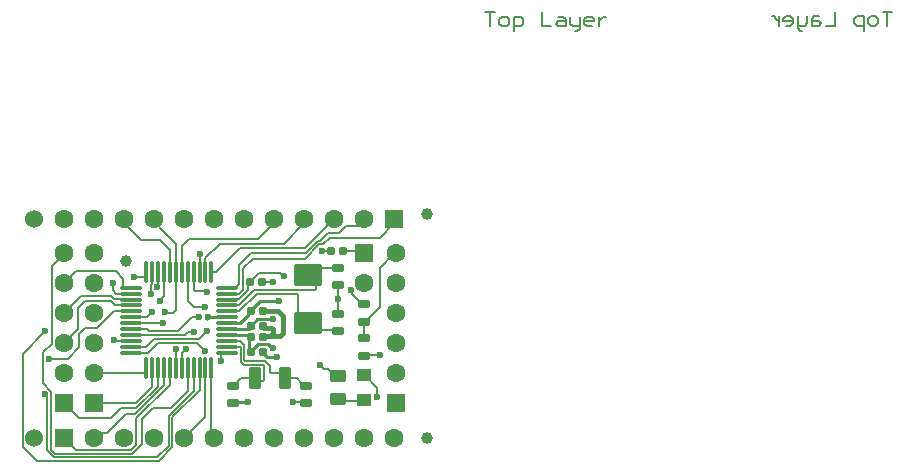
<source format=gtl>
G04*
G04 #@! TF.GenerationSoftware,Altium Limited,Altium Designer,24.3.1 (35)*
G04*
G04 Layer_Physical_Order=1*
G04 Layer_Color=255*
%FSLAX44Y44*%
%MOMM*%
G71*
G04*
G04 #@! TF.SameCoordinates,254911FF-814D-4673-B187-D90DD251410E*
G04*
G04*
G04 #@! TF.FilePolarity,Positive*
G04*
G01*
G75*
%ADD11C,0.4000*%
%ADD12C,0.2000*%
%ADD15C,0.1500*%
G04:AMPARAMS|DCode=16|XSize=0.7mm|YSize=0.6mm|CornerRadius=0.075mm|HoleSize=0mm|Usage=FLASHONLY|Rotation=270.000|XOffset=0mm|YOffset=0mm|HoleType=Round|Shape=RoundedRectangle|*
%AMROUNDEDRECTD16*
21,1,0.7000,0.4500,0,0,270.0*
21,1,0.5500,0.6000,0,0,270.0*
1,1,0.1500,-0.2250,-0.2750*
1,1,0.1500,-0.2250,0.2750*
1,1,0.1500,0.2250,0.2750*
1,1,0.1500,0.2250,-0.2750*
%
%ADD16ROUNDEDRECTD16*%
%ADD17R,1.2000X1.1000*%
G04:AMPARAMS|DCode=18|XSize=1.4mm|YSize=0.95mm|CornerRadius=0.1188mm|HoleSize=0mm|Usage=FLASHONLY|Rotation=0.000|XOffset=0mm|YOffset=0mm|HoleType=Round|Shape=RoundedRectangle|*
%AMROUNDEDRECTD18*
21,1,1.4000,0.7125,0,0,0.0*
21,1,1.1625,0.9500,0,0,0.0*
1,1,0.2375,0.5813,-0.3563*
1,1,0.2375,-0.5813,-0.3563*
1,1,0.2375,-0.5813,0.3563*
1,1,0.2375,0.5813,0.3563*
%
%ADD18ROUNDEDRECTD18*%
G04:AMPARAMS|DCode=19|XSize=1mm|YSize=0.6mm|CornerRadius=0.075mm|HoleSize=0mm|Usage=FLASHONLY|Rotation=0.000|XOffset=0mm|YOffset=0mm|HoleType=Round|Shape=RoundedRectangle|*
%AMROUNDEDRECTD19*
21,1,1.0000,0.4500,0,0,0.0*
21,1,0.8500,0.6000,0,0,0.0*
1,1,0.1500,0.4250,-0.2250*
1,1,0.1500,-0.4250,-0.2250*
1,1,0.1500,-0.4250,0.2250*
1,1,0.1500,0.4250,0.2250*
%
%ADD19ROUNDEDRECTD19*%
G04:AMPARAMS|DCode=20|XSize=2.4mm|YSize=1.9mm|CornerRadius=0.2375mm|HoleSize=0mm|Usage=FLASHONLY|Rotation=180.000|XOffset=0mm|YOffset=0mm|HoleType=Round|Shape=RoundedRectangle|*
%AMROUNDEDRECTD20*
21,1,2.4000,1.4250,0,0,180.0*
21,1,1.9250,1.9000,0,0,180.0*
1,1,0.4750,-0.9625,0.7125*
1,1,0.4750,0.9625,0.7125*
1,1,0.4750,0.9625,-0.7125*
1,1,0.4750,-0.9625,-0.7125*
%
%ADD20ROUNDEDRECTD20*%
%ADD21C,1.0000*%
G04:AMPARAMS|DCode=22|XSize=1mm|YSize=1.8mm|CornerRadius=0.125mm|HoleSize=0mm|Usage=FLASHONLY|Rotation=180.000|XOffset=0mm|YOffset=0mm|HoleType=Round|Shape=RoundedRectangle|*
%AMROUNDEDRECTD22*
21,1,1.0000,1.5500,0,0,180.0*
21,1,0.7500,1.8000,0,0,180.0*
1,1,0.2500,-0.3750,0.7750*
1,1,0.2500,0.3750,0.7750*
1,1,0.2500,0.3750,-0.7750*
1,1,0.2500,-0.3750,-0.7750*
%
%ADD22ROUNDEDRECTD22*%
G04:AMPARAMS|DCode=23|XSize=0.28mm|YSize=1.8mm|CornerRadius=0.035mm|HoleSize=0mm|Usage=FLASHONLY|Rotation=270.000|XOffset=0mm|YOffset=0mm|HoleType=Round|Shape=RoundedRectangle|*
%AMROUNDEDRECTD23*
21,1,0.2800,1.7300,0,0,270.0*
21,1,0.2100,1.8000,0,0,270.0*
1,1,0.0700,-0.8650,-0.1050*
1,1,0.0700,-0.8650,0.1050*
1,1,0.0700,0.8650,0.1050*
1,1,0.0700,0.8650,-0.1050*
%
%ADD23ROUNDEDRECTD23*%
G04:AMPARAMS|DCode=24|XSize=0.28mm|YSize=1.8mm|CornerRadius=0.035mm|HoleSize=0mm|Usage=FLASHONLY|Rotation=180.000|XOffset=0mm|YOffset=0mm|HoleType=Round|Shape=RoundedRectangle|*
%AMROUNDEDRECTD24*
21,1,0.2800,1.7300,0,0,180.0*
21,1,0.2100,1.8000,0,0,180.0*
1,1,0.0700,-0.1050,0.8650*
1,1,0.0700,0.1050,0.8650*
1,1,0.0700,0.1050,-0.8650*
1,1,0.0700,-0.1050,-0.8650*
%
%ADD24ROUNDEDRECTD24*%
%ADD39C,0.2500*%
%ADD40C,1.6000*%
%ADD41R,1.6000X1.6000*%
%ADD42R,1.6000X1.6000*%
%ADD43C,1.5240*%
%ADD44C,0.6000*%
D11*
X210700Y134000D02*
X211000D01*
X211700Y119500D02*
X218046D01*
X219317Y118229D01*
Y113083D02*
Y118229D01*
X219700Y112700D02*
X225507D01*
X228200Y115394D01*
Y129500D01*
X211000Y134000D02*
X223700D01*
X219317Y113083D02*
X219700Y112700D01*
X210700Y120500D02*
X211700Y119500D01*
X223700Y134000D02*
X228200Y129500D01*
X211050Y112350D02*
X219350D01*
D12*
X270238Y81114D02*
X270285D01*
X269000Y82352D02*
Y82399D01*
X270285Y81114D02*
X274251Y77147D01*
X259504Y88215D02*
X262963Y84756D01*
X266643D01*
X269000Y82399D01*
Y82352D02*
X270238Y81114D01*
X297000Y79500D02*
X297500D01*
X297000D02*
X297000D01*
X308000Y61000D02*
Y69000D01*
X297500Y79500D02*
X308000Y69000D01*
X297000Y79500D02*
X300500Y83000D01*
X236496Y56375D02*
X247498D01*
X274700Y57500D02*
X293700D01*
D15*
X247333Y183000D02*
X257583Y193250D01*
X190510Y172374D02*
X201136Y183000D01*
X247333D01*
X171050Y166500D02*
X192050Y187500D01*
X162500Y178392D02*
X174858Y190750D01*
X192050Y187500D02*
X247100D01*
X228950Y190750D02*
X246200Y208000D01*
X174858Y190750D02*
X228950D01*
X247100Y187500D02*
X271600Y212000D01*
X202389Y178000D02*
X246576D01*
X194200Y169812D02*
X202389Y178000D01*
X190510Y156260D02*
Y172374D01*
X294601Y185000D02*
X297000Y182600D01*
X279000Y185000D02*
X294601D01*
X246576Y178000D02*
X258826Y190250D01*
X261875D01*
X267625Y196000D01*
X261000Y185000D02*
X269000D01*
X259125Y193250D02*
X265987Y200112D01*
X257583Y193250D02*
X259125D01*
X275362Y200112D02*
X281379Y206129D01*
X265987Y200112D02*
X275362D01*
X267625Y196000D02*
X310400D01*
X281379Y206129D02*
X295129D01*
X28098Y15728D02*
X33876Y9950D01*
X28098Y15728D02*
Y60769D01*
X26485Y62383D02*
X28098Y60769D01*
X26485Y62383D02*
Y63600D01*
X33876Y9950D02*
X121758D01*
X32118Y15950D02*
Y65392D01*
X35118Y12950D02*
X100602D01*
X121758Y9950D02*
X131350Y19543D01*
X32118Y15950D02*
X35118Y12950D01*
X25050Y72460D02*
X32118Y65392D01*
X7730Y97750D02*
X26985Y117005D01*
X7730Y18942D02*
Y97750D01*
X19721Y6950D02*
X123000D01*
X7730Y18942D02*
X19721Y6950D01*
X25050Y98809D02*
X32235Y105993D01*
X25050Y72460D02*
Y98809D01*
X123000Y6950D02*
X134350Y18300D01*
Y44044D01*
X131350Y19543D02*
Y45287D01*
X134350Y44044D02*
X157500Y67194D01*
X162500Y44100D02*
Y85500D01*
X144600Y26200D02*
X162500Y44100D01*
X100602Y12950D02*
X108950Y21298D01*
X99360Y15950D02*
X104050Y20641D01*
X53250Y15950D02*
X99360D01*
X43000Y26200D02*
X53250Y15950D01*
X30300Y93549D02*
X45740D01*
X55700Y103509D02*
Y114244D01*
X45740Y93549D02*
X55700Y103509D01*
X32235Y105993D02*
Y171835D01*
X41900Y181500D01*
X239879Y77000D02*
X243750Y73129D01*
Y72750D02*
Y73129D01*
Y72750D02*
X246000Y70500D01*
X229500Y77000D02*
X239879D01*
X246000Y70500D02*
X248000D01*
X188100Y153500D02*
X188750Y154150D01*
Y154500D02*
X190510Y156260D01*
X188750Y154150D02*
Y154500D01*
X180200Y153500D02*
X188100D01*
X157500Y166500D02*
Y181864D01*
X162500Y166500D02*
Y178392D01*
X124250Y194000D02*
X132500Y185750D01*
Y166500D02*
Y185750D01*
X99500Y98500D02*
X113775D01*
X122175Y106900D02*
X155100D01*
X113775Y98500D02*
X122175Y106900D01*
X142500Y85500D02*
Y97836D01*
X146202Y101538D01*
X155100Y106900D02*
X162100Y99900D01*
X145200Y113500D02*
X147500Y115800D01*
X152500D01*
X99500Y113500D02*
X145200D01*
X112375Y103625D02*
X118650Y109900D01*
X156999D02*
X163797Y116699D01*
X118650Y109900D02*
X156999D01*
X114924Y116610D02*
X139390D01*
X99500Y123500D02*
X126176D01*
X126191Y123485D01*
X55700Y42900D02*
X82650D01*
X43000Y55600D02*
X55700Y42900D01*
X108950Y21298D02*
Y42277D01*
X104050Y20641D02*
Y43200D01*
X131350Y45287D02*
X152500Y66437D01*
Y85500D01*
X147500Y65679D02*
Y85500D01*
X118324Y51651D02*
X133471D01*
X147500Y65679D01*
X108950Y42277D02*
X118324Y51651D01*
X103722Y55600D02*
X117500Y69378D01*
X104015Y51651D02*
X122200Y69836D01*
Y85201D01*
X127500Y70893D02*
Y85500D01*
X117500Y69378D02*
Y85500D01*
X132200Y71350D02*
Y85500D01*
X94950Y46250D02*
X102857D01*
X104050Y43200D02*
X132200Y71350D01*
X102857Y46250D02*
X127500Y70893D01*
X68400Y55600D02*
X103722D01*
X91400Y51651D02*
X104015D01*
X157500Y67194D02*
Y85500D01*
X55700Y114244D02*
X60557Y119100D01*
X70525D02*
X84925Y133500D01*
X60557Y119100D02*
X70525D01*
X128331Y133051D02*
X129018Y132365D01*
X135067D01*
X137500Y134798D01*
X113182Y128500D02*
X117500Y132819D01*
X99500Y128500D02*
X113182D01*
X139390Y116610D02*
X151299Y128519D01*
X157210D01*
X113034Y118500D02*
X114924Y116610D01*
X137500Y85201D02*
Y101538D01*
X99500Y118500D02*
X113034D01*
X54964Y118365D02*
Y136683D01*
X60332Y142050D02*
X82182D01*
X54964Y136683D02*
X60332Y142050D01*
X85000Y109000D02*
X85187Y108814D01*
X99186D01*
X163797Y116699D02*
Y117158D01*
X275000Y155407D02*
X275250D01*
X187400Y69615D02*
X190250Y72465D01*
Y74873D01*
X142500Y172909D02*
Y188747D01*
X148303Y194550D02*
X207350D01*
X142500Y188747D02*
X148303Y194550D01*
X296129Y96450D02*
X310438D01*
X200000Y158000D02*
Y158500D01*
X202250Y160750D02*
X202750D01*
X208000Y166000D01*
X225571D01*
X200000Y158500D02*
X202250Y160750D01*
X198836Y151894D02*
Y156136D01*
X190510Y143567D02*
X198836Y151894D01*
X192378Y77000D02*
X202200D01*
X190250Y74873D02*
X192378Y77000D01*
X180500Y103500D02*
X191571D01*
X180200D02*
X180500D01*
Y108500D02*
X191899D01*
X180200D02*
X180500D01*
X194200Y151500D02*
Y169812D01*
X297000Y111450D02*
Y124800D01*
X299000D02*
X301250Y127050D01*
Y127800D02*
X310438Y136988D01*
X301250Y127050D02*
Y127800D01*
X310438Y136988D02*
Y170638D01*
X297000Y124800D02*
X299000D01*
X310438Y170638D02*
X322400Y182600D01*
X286715Y148085D02*
X295000Y139800D01*
X286715Y148085D02*
Y150681D01*
X285854Y151542D02*
X286715Y150681D01*
X295000Y139800D02*
X297000D01*
X167500Y166500D02*
X171050D01*
X147500Y142500D02*
X153069Y136931D01*
X147500Y142500D02*
Y166500D01*
X153069Y136931D02*
X162137D01*
X153379Y151119D02*
X162936D01*
X152500Y151997D02*
X153379Y151119D01*
X152500Y151997D02*
Y166500D01*
X99186Y108814D02*
X99500Y108500D01*
X82182Y142050D02*
X85732Y138500D01*
X99500D01*
X82650Y42900D02*
X91400Y51651D01*
X78900Y30200D02*
X94950Y46250D01*
X121725Y153811D02*
X122113Y154198D01*
Y166113D02*
X122500Y166500D01*
X122113Y154198D02*
Y166113D01*
X107800Y194000D02*
X124250D01*
X137500Y166500D02*
Y190847D01*
X126400Y201947D02*
X137500Y190847D01*
X126400Y201947D02*
Y201947D01*
X120347Y208000D02*
X126400Y201947D01*
X119200Y208000D02*
X120347D01*
X310400Y196000D02*
X322400Y208000D01*
X295129Y206129D02*
X297000Y208000D01*
X142500Y166500D02*
Y172909D01*
X207350Y194550D02*
X220800Y208000D01*
X99625Y103625D02*
X112375D01*
X99500Y103500D02*
X99625Y103625D01*
X162936Y151119D02*
X163797Y150258D01*
X86350Y167450D02*
X92629Y161172D01*
X53250Y167450D02*
X86350D01*
X92629Y154150D02*
Y161172D01*
X93279Y153500D02*
X99500D01*
X92629Y154150D02*
X93279Y153500D01*
X43000Y157200D02*
X53250Y167450D01*
X57357Y146157D02*
X81100D01*
X43000Y131800D02*
X57357Y146157D01*
X43000Y106400D02*
X54964Y118365D01*
X167500Y32700D02*
Y85500D01*
Y32700D02*
X170000Y30200D01*
X68400Y81000D02*
X111850D01*
X112500Y81650D01*
Y85500D01*
X122200Y85201D02*
X122500Y85500D01*
X112500Y163650D02*
Y166500D01*
X102000Y163000D02*
X111850D01*
X112500Y163650D01*
X84849Y143625D02*
X99375D01*
X81100Y146157D02*
X82318D01*
X84849Y143625D01*
X84925Y133500D02*
X99500D01*
X99375Y143625D02*
X99500Y143500D01*
X83850Y151262D02*
Y157626D01*
Y151262D02*
X86611Y148500D01*
X99500D01*
X137500Y134798D02*
Y166500D01*
X127800Y146712D02*
Y166200D01*
X124274Y143186D02*
X127800Y146712D01*
X127500Y166500D02*
X127800Y166200D01*
X117057Y156567D02*
Y166057D01*
X116475Y148311D02*
Y155985D01*
X115975Y147811D02*
X116475Y148311D01*
X117057Y166057D02*
X117500Y166500D01*
X116475Y155985D02*
X117057Y156567D01*
X180200Y148500D02*
X191200D01*
X175561Y91311D02*
Y97850D01*
X176211Y98500D01*
X180200Y138500D02*
X180500D01*
X191200Y148500D02*
X194200Y151500D01*
X175500Y91250D02*
X175561Y91311D01*
X176211Y98500D02*
X180200D01*
X192450Y90480D02*
Y102622D01*
X191571Y103500D02*
X192450Y102622D01*
X195450Y95008D02*
Y104950D01*
X191899Y108500D02*
X195450Y104950D01*
X248200Y123500D02*
X254250Y117450D01*
X273650D01*
X241159Y132127D02*
Y147622D01*
Y132127D02*
X249786Y123500D01*
X275000Y144000D02*
Y155407D01*
Y131500D02*
Y144000D01*
X247264Y170557D02*
X274750D01*
X247264D02*
X253321Y164500D01*
X180500Y138500D02*
X190846D01*
X203846Y151500D02*
X255250D01*
X251700Y164500D02*
X256500Y159700D01*
X255250Y151500D02*
X256500Y152750D01*
Y159700D01*
X240281Y148500D02*
X241159Y147622D01*
X205958Y148500D02*
X240281D01*
X194715Y88215D02*
X210821D01*
X212000Y87037D01*
Y75379D02*
Y87037D01*
X208712Y74500D02*
X211121D01*
X212000Y75379D01*
X208712Y72050D02*
Y74500D01*
X204500Y76262D02*
Y77000D01*
Y76262D02*
X208712Y72050D01*
X217000Y82329D02*
X217879Y81451D01*
X225288D01*
X217000Y82329D02*
Y87243D01*
X213028Y91215D02*
X217000Y87243D01*
X196379Y91215D02*
X213028D01*
X195500Y92094D02*
X196379Y91215D01*
X195500Y92094D02*
Y94958D01*
X225288Y81451D02*
X229500Y77239D01*
Y77000D02*
Y77239D01*
X192450Y90480D02*
X194715Y88215D01*
X195450Y95008D02*
X195500Y94958D01*
X190958Y133500D02*
X205958Y148500D01*
X190846Y138500D02*
X203846Y151500D01*
X296000Y59500D02*
X297000Y58500D01*
X273604Y76500D02*
X274700D01*
X269638Y80467D02*
X273604Y76500D01*
X180267Y143567D02*
X190510D01*
X180200Y143500D02*
X180267Y143567D01*
X210700Y158000D02*
X219700D01*
X227821Y163750D02*
X228700D01*
X225571Y166000D02*
X227821Y163750D01*
X180200Y133500D02*
X190958D01*
X93800Y208000D02*
X107800Y194000D01*
X119200Y30200D02*
X119700Y30700D01*
X68400Y30200D02*
X78900D01*
X68400Y208000D02*
X71700D01*
X144600Y206900D02*
Y208000D01*
X170000Y207300D02*
Y208000D01*
X743750Y387246D02*
X735752D01*
X739751D01*
Y375250D01*
X729754D02*
X725756D01*
X723756Y377249D01*
Y381248D01*
X725756Y383247D01*
X729754D01*
X731754Y381248D01*
Y377249D01*
X729754Y375250D01*
X719758Y371251D02*
Y383247D01*
X713760D01*
X711760Y381248D01*
Y377249D01*
X713760Y375250D01*
X719758D01*
X695765Y387246D02*
Y375250D01*
X687768D01*
X681770Y383247D02*
X677771D01*
X675772Y381248D01*
Y375250D01*
X681770D01*
X683769Y377249D01*
X681770Y379249D01*
X675772D01*
X671773Y383247D02*
Y377249D01*
X669774Y375250D01*
X663776D01*
Y373251D01*
X665775Y371251D01*
X667774D01*
X663776Y375250D02*
Y383247D01*
X653779Y375250D02*
X657778D01*
X659777Y377249D01*
Y381248D01*
X657778Y383247D01*
X653779D01*
X651780Y381248D01*
Y379249D01*
X659777D01*
X647781Y383247D02*
Y375250D01*
Y379249D01*
X645781Y381248D01*
X643782Y383247D01*
X641783D01*
X399387Y386943D02*
X407385D01*
X403386D01*
Y374947D01*
X413383D02*
X417381D01*
X419381Y376946D01*
Y380945D01*
X417381Y382944D01*
X413383D01*
X411383Y380945D01*
Y376946D01*
X413383Y374947D01*
X423380Y370948D02*
Y382944D01*
X429378D01*
X431377Y380945D01*
Y376946D01*
X429378Y374947D01*
X423380D01*
X447372Y386943D02*
Y374947D01*
X455369D01*
X461367Y382944D02*
X465366D01*
X467365Y380945D01*
Y374947D01*
X461367D01*
X459368Y376946D01*
X461367Y378946D01*
X467365D01*
X471364Y382944D02*
Y376946D01*
X473363Y374947D01*
X479361D01*
Y372948D01*
X477362Y370948D01*
X475363D01*
X479361Y374947D02*
Y382944D01*
X489358Y374947D02*
X485359D01*
X483360Y376946D01*
Y380945D01*
X485359Y382944D01*
X489358D01*
X491357Y380945D01*
Y378946D01*
X483360D01*
X495356Y382944D02*
Y374947D01*
Y378946D01*
X497355Y380945D01*
X499355Y382944D01*
X501354D01*
D16*
X269000Y185000D02*
D03*
X279000D02*
D03*
X211000Y99000D02*
D03*
X201000D02*
D03*
X211000Y134000D02*
D03*
X201000D02*
D03*
X211000Y112000D02*
D03*
X201000D02*
D03*
X211000Y121000D02*
D03*
X201000D02*
D03*
X200000Y158000D02*
D03*
X210000D02*
D03*
D17*
X297000Y58500D02*
D03*
Y79500D02*
D03*
D18*
X275000Y78500D02*
D03*
Y59500D02*
D03*
D19*
Y170500D02*
D03*
Y155500D02*
D03*
Y131500D02*
D03*
Y116500D02*
D03*
X248000Y55500D02*
D03*
Y70500D02*
D03*
X186000D02*
D03*
Y55500D02*
D03*
X297000Y124800D02*
D03*
Y139800D02*
D03*
Y110800D02*
D03*
Y95800D02*
D03*
D20*
X249000Y164500D02*
D03*
Y123500D02*
D03*
D21*
X95000Y176000D02*
D03*
X350000Y216000D02*
D03*
Y26000D02*
D03*
D22*
X229500Y77000D02*
D03*
X204500D02*
D03*
D23*
X180500Y98500D02*
D03*
Y103500D02*
D03*
Y108500D02*
D03*
Y113500D02*
D03*
Y118500D02*
D03*
Y123500D02*
D03*
Y128500D02*
D03*
Y133500D02*
D03*
Y138500D02*
D03*
Y143500D02*
D03*
Y148500D02*
D03*
Y153500D02*
D03*
X99500D02*
D03*
Y148500D02*
D03*
Y143500D02*
D03*
Y138500D02*
D03*
Y133500D02*
D03*
Y128500D02*
D03*
Y123500D02*
D03*
Y118500D02*
D03*
Y113500D02*
D03*
Y108500D02*
D03*
Y103500D02*
D03*
Y98500D02*
D03*
D24*
X167500Y166500D02*
D03*
X162500D02*
D03*
X157500D02*
D03*
X152500D02*
D03*
X147500D02*
D03*
X142500D02*
D03*
X137500D02*
D03*
X132500D02*
D03*
X127500D02*
D03*
X122500D02*
D03*
X117500D02*
D03*
X112500D02*
D03*
Y85500D02*
D03*
X117500D02*
D03*
X122500D02*
D03*
X127500D02*
D03*
X132500D02*
D03*
X137500Y85500D02*
D03*
X142500D02*
D03*
X147500D02*
D03*
X152500Y85500D02*
D03*
X157500D02*
D03*
X162500D02*
D03*
X167500D02*
D03*
D39*
X180500Y123500D02*
X191750D01*
X199250Y131000D01*
X210700Y112000D02*
X211050Y112350D01*
X186400Y57126D02*
X187074Y56452D01*
X199250Y131000D02*
Y133050D01*
X208650Y142450D01*
X210700Y98700D02*
X210800D01*
X212750Y96650D02*
X214401Y94999D01*
X206950Y105750D02*
X215703D01*
X210800Y98700D02*
X212750Y96750D01*
Y96650D02*
Y96750D01*
X218753Y102700D02*
X219700D01*
X215703Y105750D02*
X218753Y102700D01*
X201200Y100000D02*
X206950Y105750D01*
X214401Y94999D02*
X222753D01*
X208650Y142450D02*
X224450D01*
X187074Y56452D02*
X198767D01*
X163600Y127250D02*
X164850Y128500D01*
X180200D01*
Y118500D02*
X197785D01*
X198036Y118750D02*
X199250D01*
X200700Y120200D02*
Y121500D01*
X197785Y118500D02*
X198036Y118750D01*
X199250D02*
X200700Y120200D01*
X219350Y112350D02*
X219700Y112700D01*
X198950Y113500D02*
X200575Y111875D01*
X200700Y112000D01*
X199700Y111000D02*
X200575Y111875D01*
X200700Y121500D02*
X206450Y127250D01*
X219450D01*
X219700Y127000D01*
X200950Y100000D02*
X201200D01*
X199700Y101250D02*
X200950Y100000D01*
X199700Y101250D02*
Y111000D01*
X200700Y99000D02*
Y99500D01*
X180200Y113500D02*
X198950D01*
D40*
X297000Y157200D02*
D03*
X68400Y131800D02*
D03*
Y81000D02*
D03*
Y106400D02*
D03*
Y157200D02*
D03*
Y182600D02*
D03*
X43000Y131800D02*
D03*
Y81000D02*
D03*
Y106400D02*
D03*
Y157200D02*
D03*
Y182600D02*
D03*
X322400Y26200D02*
D03*
X297000D02*
D03*
X271600D02*
D03*
X220800D02*
D03*
X195400D02*
D03*
X144600D02*
D03*
X93800D02*
D03*
X68400D02*
D03*
X119200D02*
D03*
X170000D02*
D03*
X246200D02*
D03*
X323400Y131800D02*
D03*
Y81000D02*
D03*
Y106400D02*
D03*
Y157200D02*
D03*
Y182600D02*
D03*
X43000Y212000D02*
D03*
X68400D02*
D03*
X93800D02*
D03*
X144600D02*
D03*
X170000D02*
D03*
X220800D02*
D03*
X271600D02*
D03*
X297000D02*
D03*
X246200D02*
D03*
X195400D02*
D03*
X119200D02*
D03*
D41*
X297000Y182600D02*
D03*
X68400Y55600D02*
D03*
X43000D02*
D03*
X323400D02*
D03*
D42*
X43000Y26200D02*
D03*
X322400Y212000D02*
D03*
D43*
X17600Y26200D02*
D03*
Y212000D02*
D03*
D44*
X261000Y185000D02*
D03*
X26985Y117005D02*
D03*
X157500Y181864D02*
D03*
X126191Y123485D02*
D03*
X26485Y63600D02*
D03*
X30300Y93549D02*
D03*
X128331Y133051D02*
D03*
X117500Y132819D02*
D03*
X152500Y115800D02*
D03*
X157210Y128519D02*
D03*
X146202Y101538D02*
D03*
X137500D02*
D03*
X85000Y109000D02*
D03*
X163797Y117158D02*
D03*
X308000Y61000D02*
D03*
X222753Y94999D02*
D03*
X219700Y102700D02*
D03*
X224450Y142450D02*
D03*
X259504Y88215D02*
D03*
X310438Y96450D02*
D03*
X285854Y151542D02*
D03*
X162100Y99900D02*
D03*
X163797Y150258D02*
D03*
X162137Y136931D02*
D03*
X198767Y56452D02*
D03*
X236496Y56375D02*
D03*
X102000Y163000D02*
D03*
X83850Y157626D02*
D03*
X175500Y91250D02*
D03*
X115975Y147811D02*
D03*
X123712Y142183D02*
D03*
X164850Y128500D02*
D03*
X121725Y153811D02*
D03*
X275000Y144000D02*
D03*
X219700Y112700D02*
D03*
Y158000D02*
D03*
X228700Y163750D02*
D03*
X219700Y127000D02*
D03*
M02*

</source>
